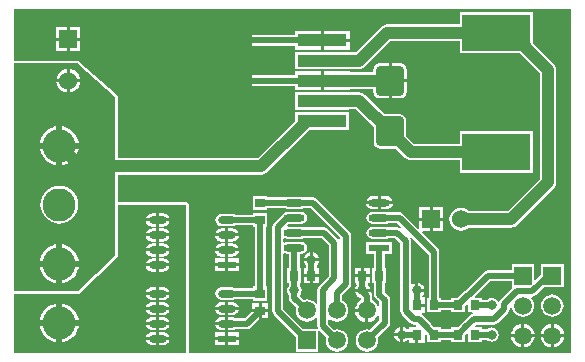
<source format=gtl>
G04*
G04 #@! TF.GenerationSoftware,Altium Limited,Altium Designer,21.8.1 (53)*
G04*
G04 Layer_Physical_Order=1*
G04 Layer_Color=255*
%FSLAX44Y44*%
%MOMM*%
G71*
G04*
G04 #@! TF.SameCoordinates,89A26796-2BA6-48C1-BC3F-9F2CA1C84395*
G04*
G04*
G04 #@! TF.FilePolarity,Positive*
G04*
G01*
G75*
%ADD32R,0.8000X0.8500*%
%ADD33O,1.5200X0.6100*%
%ADD34R,1.5200X0.6100*%
%ADD35C,1.5000*%
%ADD36R,1.5000X1.5000*%
%ADD37R,1.8000X0.6000*%
%ADD38O,1.8000X0.6000*%
%ADD39R,0.8500X0.8000*%
%ADD40R,8.6000X10.5000*%
%ADD41R,4.1500X1.1000*%
G04:AMPARAMS|DCode=42|XSize=2.5mm|YSize=2.3mm|CornerRadius=0.2875mm|HoleSize=0mm|Usage=FLASHONLY|Rotation=270.000|XOffset=0mm|YOffset=0mm|HoleType=Round|Shape=RoundedRectangle|*
%AMROUNDEDRECTD42*
21,1,2.5000,1.7250,0,0,270.0*
21,1,1.9250,2.3000,0,0,270.0*
1,1,0.5750,-0.8625,-0.9625*
1,1,0.5750,-0.8625,0.9625*
1,1,0.5750,0.8625,0.9625*
1,1,0.5750,0.8625,-0.9625*
%
%ADD42ROUNDEDRECTD42*%
%ADD43R,5.8000X3.1000*%
%ADD44C,1.0000*%
%ADD45C,0.5000*%
%ADD46R,1.5000X1.5000*%
%ADD47R,1.5240X1.5240*%
%ADD48C,1.5240*%
%ADD49R,1.5240X1.5240*%
%ADD50C,2.8000*%
%ADD51C,0.7500*%
%ADD52C,0.8000*%
G36*
X57276Y250000D02*
X57276Y250000D01*
X90000Y221433D01*
X90000Y196580D01*
Y189211D01*
X90000Y173655D01*
X90000Y163739D01*
X90000Y144854D01*
X90000Y130000D01*
X90000Y130000D01*
Y86177D01*
X58285Y56789D01*
X4078Y56789D01*
Y250000D01*
X57276Y250000D01*
D02*
G37*
G36*
X475922Y4078D02*
X152039D01*
Y130000D01*
X151884Y130780D01*
X151442Y131442D01*
X150780Y131884D01*
X150000Y132039D01*
X92039D01*
X92039Y144854D01*
X92039Y155440D01*
X213600D01*
X215427Y155680D01*
X217130Y156385D01*
X218593Y157508D01*
X254242Y193157D01*
X254505Y193500D01*
X287750D01*
Y208500D01*
X242250D01*
Y201134D01*
X210676Y169560D01*
X92039D01*
Y173655D01*
X92039Y189211D01*
Y196580D01*
X92039Y221433D01*
X92025Y221502D01*
X92034Y221571D01*
X91948Y221889D01*
X91884Y222213D01*
X91845Y222271D01*
X91827Y222339D01*
X91625Y222600D01*
X91442Y222875D01*
X91384Y222914D01*
X91341Y222969D01*
X58617Y251536D01*
X58392Y251665D01*
X58188Y251824D01*
X58117Y251843D01*
X58056Y251884D01*
X57988Y251898D01*
X57927Y251932D01*
X57670Y251966D01*
X57420Y252034D01*
X57348Y252025D01*
X57276Y252039D01*
X4078Y252039D01*
Y295922D01*
X475922D01*
Y4078D01*
D02*
G37*
G36*
X150000D02*
X4078D01*
Y54750D01*
X49400Y54750D01*
X59085D01*
X92039Y85286D01*
Y130000D01*
Y130000D01*
X150000D01*
Y4078D01*
D02*
G37*
%LPC*%
G36*
X51250Y245043D02*
Y236250D01*
X60043D01*
X59859Y237642D01*
X58840Y240103D01*
X57217Y242218D01*
X55103Y243840D01*
X52642Y244859D01*
X51250Y245043D01*
D02*
G37*
G36*
X48750D02*
X47358Y244859D01*
X44896Y243840D01*
X42782Y242218D01*
X41160Y240103D01*
X40140Y237642D01*
X39957Y236250D01*
X48750D01*
Y245043D01*
D02*
G37*
G36*
X60043Y233750D02*
X51250D01*
Y224957D01*
X52642Y225140D01*
X55103Y226160D01*
X57217Y227782D01*
X58840Y229896D01*
X59859Y232358D01*
X60043Y233750D01*
D02*
G37*
G36*
X48750D02*
X39957D01*
X40140Y232358D01*
X41160Y229896D01*
X42782Y227782D01*
X44896Y226160D01*
X47358Y225140D01*
X48750Y224957D01*
Y233750D01*
D02*
G37*
G36*
X45000Y196334D02*
Y182500D01*
X58834D01*
X58761Y183235D01*
X57818Y186345D01*
X56286Y189211D01*
X54224Y191724D01*
X51711Y193786D01*
X48845Y195318D01*
X45735Y196261D01*
X45000Y196334D01*
D02*
G37*
G36*
X40000D02*
X39265Y196261D01*
X36155Y195318D01*
X33289Y193786D01*
X30776Y191724D01*
X28714Y189211D01*
X27182Y186345D01*
X26239Y183235D01*
X26166Y182500D01*
X40000D01*
Y196334D01*
D02*
G37*
G36*
X58834Y177500D02*
X45000D01*
Y163666D01*
X45735Y163739D01*
X48845Y164682D01*
X51711Y166214D01*
X54224Y168276D01*
X56286Y170789D01*
X57818Y173655D01*
X58761Y176765D01*
X58834Y177500D01*
D02*
G37*
G36*
X40000D02*
X26166D01*
X26239Y176765D01*
X27182Y173655D01*
X28714Y170789D01*
X30776Y168276D01*
X33289Y166214D01*
X36155Y164682D01*
X39265Y163739D01*
X40000Y163666D01*
Y177500D01*
D02*
G37*
G36*
X42500Y146077D02*
X39364Y145769D01*
X36347Y144854D01*
X33568Y143368D01*
X31132Y141369D01*
X29132Y138932D01*
X27647Y136153D01*
X26732Y133137D01*
X26423Y130000D01*
X26732Y126864D01*
X27647Y123848D01*
X29132Y121068D01*
X31132Y118632D01*
X33568Y116632D01*
X36347Y115147D01*
X39364Y114232D01*
X42500Y113923D01*
X45637Y114232D01*
X48653Y115147D01*
X51432Y116632D01*
X53868Y118632D01*
X55868Y121068D01*
X57354Y123848D01*
X58268Y126864D01*
X58577Y130000D01*
X58268Y133137D01*
X57354Y136153D01*
X55868Y138932D01*
X53868Y141369D01*
X51432Y143368D01*
X48653Y144854D01*
X45637Y145769D01*
X42500Y146077D01*
D02*
G37*
G36*
X45000Y96334D02*
Y82500D01*
X58834D01*
X58761Y83235D01*
X57818Y86345D01*
X56286Y89212D01*
X54224Y91724D01*
X51711Y93786D01*
X48845Y95318D01*
X45735Y96262D01*
X45000Y96334D01*
D02*
G37*
G36*
X40000D02*
X39265Y96262D01*
X36155Y95318D01*
X33289Y93786D01*
X30776Y91724D01*
X28714Y89212D01*
X27182Y86345D01*
X26239Y83235D01*
X26166Y82500D01*
X40000D01*
Y96334D01*
D02*
G37*
G36*
X58834Y77500D02*
X45000D01*
Y63667D01*
X45735Y63739D01*
X48845Y64682D01*
X51711Y66215D01*
X54224Y68277D01*
X56286Y70789D01*
X57818Y73655D01*
X58761Y76766D01*
X58834Y77500D01*
D02*
G37*
G36*
X40000D02*
X26166D01*
X26239Y76766D01*
X27182Y73655D01*
X28714Y70789D01*
X30776Y68277D01*
X33289Y66215D01*
X36155Y64682D01*
X39265Y63739D01*
X40000Y63667D01*
Y77500D01*
D02*
G37*
G36*
X60120Y280120D02*
X51250D01*
Y271250D01*
X60120D01*
Y280120D01*
D02*
G37*
G36*
X48750D02*
X39880D01*
Y271250D01*
X48750D01*
Y280120D01*
D02*
G37*
G36*
X288250Y277000D02*
X266250D01*
Y270250D01*
X288250D01*
Y277000D01*
D02*
G37*
G36*
Y267750D02*
X266250D01*
Y261000D01*
X288250D01*
Y267750D01*
D02*
G37*
G36*
X263750Y277000D02*
X241750D01*
Y273588D01*
X196500D01*
X194744Y273239D01*
X193256Y272244D01*
X159256Y238244D01*
X158261Y236756D01*
X157912Y235000D01*
X158261Y233244D01*
X159256Y231756D01*
X160744Y230761D01*
X162500Y230412D01*
X241750D01*
Y227000D01*
X263750D01*
Y235000D01*
Y243000D01*
X241750D01*
Y239588D01*
X175210D01*
X174732Y240743D01*
X198400Y264412D01*
X241750D01*
Y261000D01*
X263750D01*
Y269000D01*
Y277000D01*
D02*
G37*
G36*
X60120Y268750D02*
X51250D01*
Y259880D01*
X60120D01*
Y268750D01*
D02*
G37*
G36*
X48750D02*
X39880D01*
Y259880D01*
X48750D01*
Y268750D01*
D02*
G37*
G36*
X321250Y250046D02*
X313875D01*
X312472Y249862D01*
X311164Y249320D01*
X310042Y248458D01*
X309180Y247336D01*
X308638Y246028D01*
X308454Y244625D01*
Y242060D01*
X288250D01*
Y243000D01*
X266250D01*
Y235000D01*
Y227000D01*
X288250D01*
Y227940D01*
X308454D01*
Y225375D01*
X308638Y223972D01*
X309180Y222664D01*
X310042Y221542D01*
X311164Y220680D01*
X312472Y220138D01*
X313875Y219954D01*
X321250D01*
Y235000D01*
Y250046D01*
D02*
G37*
G36*
X331125D02*
X323750D01*
Y236250D01*
X336546D01*
Y244625D01*
X336362Y246028D01*
X335820Y247336D01*
X334958Y248458D01*
X333836Y249320D01*
X332528Y249862D01*
X331125Y250046D01*
D02*
G37*
G36*
X336546Y233750D02*
X323750D01*
Y219954D01*
X331125D01*
X332528Y220138D01*
X333836Y220680D01*
X334958Y221542D01*
X335820Y222664D01*
X336362Y223972D01*
X336546Y225375D01*
Y233750D01*
D02*
G37*
G36*
X287750Y225500D02*
X242250D01*
Y210500D01*
X287750D01*
Y210940D01*
X293575D01*
X308904Y195611D01*
Y182375D01*
X309283Y180473D01*
X310360Y178861D01*
X311973Y177783D01*
X313875Y177405D01*
X327111D01*
X335008Y169508D01*
X336470Y168386D01*
X338173Y167680D01*
X340000Y167440D01*
X381498D01*
Y157000D01*
X443498D01*
Y192000D01*
X381498D01*
Y181561D01*
X342925D01*
X336096Y188390D01*
Y201625D01*
X335717Y203527D01*
X334640Y205140D01*
X333027Y206217D01*
X331125Y206596D01*
X317889D01*
X301493Y222993D01*
X300030Y224115D01*
X298327Y224820D01*
X296500Y225061D01*
X287750D01*
Y225500D01*
D02*
G37*
G36*
X319500Y137098D02*
X314750D01*
Y132800D01*
X324883D01*
X324859Y132986D01*
X324304Y134324D01*
X323423Y135473D01*
X322274Y136354D01*
X320936Y136909D01*
X319500Y137098D01*
D02*
G37*
G36*
X312250D02*
X307500D01*
X306064Y136909D01*
X304727Y136354D01*
X303577Y135473D01*
X302696Y134324D01*
X302142Y132986D01*
X302117Y132800D01*
X312250D01*
Y137098D01*
D02*
G37*
G36*
X324883Y130300D02*
X314750D01*
Y126003D01*
X319500D01*
X320936Y126192D01*
X322274Y126746D01*
X323423Y127627D01*
X324304Y128776D01*
X324859Y130114D01*
X324883Y130300D01*
D02*
G37*
G36*
X312250D02*
X302117D01*
X302142Y130114D01*
X302696Y128776D01*
X303577Y127627D01*
X304727Y126746D01*
X306064Y126192D01*
X307500Y126003D01*
X312250D01*
Y130300D01*
D02*
G37*
G36*
X443498Y293000D02*
X381498D01*
Y282561D01*
X320000D01*
X318173Y282320D01*
X316470Y281615D01*
X315008Y280493D01*
X293575Y259061D01*
X287750D01*
Y259500D01*
X242250D01*
Y244500D01*
X287750D01*
Y244940D01*
X296500D01*
X298327Y245180D01*
X300030Y245886D01*
X301493Y247008D01*
X322925Y268440D01*
X381498D01*
Y258000D01*
X432370D01*
X449304Y241066D01*
Y151789D01*
X422076Y124561D01*
X389101D01*
X387352Y125903D01*
X385011Y126873D01*
X382500Y127203D01*
X379989Y126873D01*
X377649Y125903D01*
X375639Y124361D01*
X374097Y122352D01*
X373128Y120012D01*
X372797Y117500D01*
X373128Y114989D01*
X374097Y112649D01*
X375639Y110639D01*
X377649Y109097D01*
X379989Y108128D01*
X382500Y107797D01*
X385011Y108128D01*
X387352Y109097D01*
X389101Y110440D01*
X425000D01*
X426828Y110680D01*
X428530Y111386D01*
X429993Y112508D01*
X461357Y143872D01*
X462479Y145334D01*
X463184Y147037D01*
X463424Y148864D01*
Y243991D01*
X463184Y245818D01*
X462479Y247521D01*
X461357Y248983D01*
X443498Y266842D01*
Y293000D01*
D02*
G37*
G36*
X218750Y123050D02*
X206250D01*
Y121638D01*
X191073D01*
X190820Y121807D01*
X188850Y122199D01*
X179750D01*
X177780Y121807D01*
X176109Y120691D01*
X174993Y119021D01*
X174601Y117050D01*
X174993Y115080D01*
X176109Y113409D01*
X177780Y112293D01*
X179750Y111901D01*
X188850D01*
X190820Y112293D01*
X191073Y112462D01*
X206250D01*
Y111050D01*
X207912D01*
Y60750D01*
X206250D01*
Y59338D01*
X191073D01*
X190820Y59507D01*
X188850Y59899D01*
X179750D01*
X177780Y59507D01*
X176109Y58391D01*
X174993Y56720D01*
X174601Y54750D01*
X174993Y52779D01*
X176109Y51109D01*
X177780Y49993D01*
X179750Y49601D01*
X188850D01*
X190820Y49993D01*
X191073Y50162D01*
X206250D01*
Y48750D01*
X218750D01*
Y60750D01*
X217088D01*
Y111050D01*
X218750D01*
Y123050D01*
D02*
G37*
G36*
X367620Y127620D02*
X358750D01*
Y118750D01*
X367620D01*
Y127620D01*
D02*
G37*
G36*
X356250D02*
X347380D01*
Y118750D01*
X356250D01*
Y127620D01*
D02*
G37*
G36*
X319500Y123948D02*
X307500D01*
X305549Y123560D01*
X303895Y122455D01*
X302790Y120801D01*
X302402Y118850D01*
X302790Y116899D01*
X303895Y115245D01*
X305549Y114140D01*
X307500Y113752D01*
X319500D01*
X321451Y114140D01*
X321633Y114262D01*
X328637D01*
X332028Y110871D01*
X331231Y109900D01*
X330499Y110389D01*
X328744Y110738D01*
X321633D01*
X321451Y110860D01*
X319500Y111248D01*
X307500D01*
X305549Y110860D01*
X303895Y109755D01*
X302790Y108101D01*
X302402Y106150D01*
X302790Y104199D01*
X303895Y102545D01*
X305549Y101440D01*
X307500Y101052D01*
X319500D01*
X321451Y101440D01*
X321633Y101562D01*
X326843D01*
X331037Y97368D01*
Y40011D01*
X331386Y38255D01*
X332381Y36767D01*
X339329Y29818D01*
X340818Y28824D01*
X342574Y28474D01*
X344407D01*
X344768Y28000D01*
X344148Y26750D01*
X338750D01*
Y24588D01*
X337172D01*
X337136Y24636D01*
X335778Y25678D01*
X334197Y26333D01*
X333750Y26392D01*
Y20000D01*
Y13609D01*
X334197Y13667D01*
X335778Y14322D01*
X337136Y15364D01*
X337172Y15412D01*
X338750D01*
Y13250D01*
X344000D01*
Y20000D01*
X346500D01*
Y13250D01*
X351750D01*
Y19878D01*
X352905Y20357D01*
X353750Y19511D01*
Y13750D01*
X365750D01*
Y15412D01*
X374250D01*
Y13750D01*
X386250D01*
Y19511D01*
X387595Y20857D01*
X388750Y20379D01*
Y13750D01*
X400750D01*
Y15412D01*
X404590D01*
X405441Y14759D01*
X406900Y14154D01*
X408467Y13948D01*
X410033Y14154D01*
X411493Y14759D01*
X412746Y15721D01*
X413708Y16974D01*
X414312Y18434D01*
X414518Y20000D01*
X414312Y21566D01*
X413708Y23026D01*
X412746Y24279D01*
X411493Y25241D01*
X410033Y25846D01*
X408467Y26052D01*
X406900Y25846D01*
X405441Y25241D01*
X404590Y24588D01*
X400750D01*
Y26250D01*
X394508D01*
X394030Y27405D01*
X395099Y28474D01*
X410545D01*
X412300Y28824D01*
X413789Y29818D01*
X422492Y38522D01*
X423487Y40010D01*
X423836Y41766D01*
Y43084D01*
X424311Y43436D01*
X425646Y42871D01*
X425745Y42120D01*
X426702Y39809D01*
X428225Y37825D01*
X430209Y36302D01*
X432520Y35345D01*
X435000Y35018D01*
X437480Y35345D01*
X439791Y36302D01*
X441776Y37825D01*
X443298Y39809D01*
X444256Y42120D01*
X444582Y44600D01*
X444256Y47080D01*
X443298Y49391D01*
X442247Y50762D01*
X442863Y52012D01*
X442964D01*
X444720Y52361D01*
X446208Y53356D01*
X453353Y60500D01*
X469500D01*
Y79500D01*
X450500D01*
Y70625D01*
X445655Y65780D01*
X444500Y66258D01*
Y79500D01*
X425500D01*
Y74588D01*
X405250D01*
X403494Y74239D01*
X402006Y73244D01*
X385984Y57223D01*
X385642Y56994D01*
X383006Y54358D01*
X382777Y54016D01*
X380011Y51250D01*
X374250D01*
Y49588D01*
X365750D01*
Y51250D01*
X364338D01*
Y89638D01*
X363989Y91393D01*
X362994Y92882D01*
X349651Y106225D01*
X350129Y107380D01*
X356250D01*
Y116250D01*
X347380D01*
Y110130D01*
X346225Y109651D01*
X333782Y122094D01*
X332293Y123089D01*
X330537Y123438D01*
X321633D01*
X321451Y123560D01*
X319500Y123948D01*
D02*
G37*
G36*
X367620Y116250D02*
X358750D01*
Y107380D01*
X367620D01*
Y116250D01*
D02*
G37*
G36*
X188850Y109948D02*
X185550D01*
Y105600D01*
X194283D01*
X194257Y105799D01*
X193698Y107149D01*
X192808Y108308D01*
X191649Y109198D01*
X190299Y109757D01*
X188850Y109948D01*
D02*
G37*
G36*
X183050D02*
X179750D01*
X178301Y109757D01*
X176951Y109198D01*
X175792Y108308D01*
X174902Y107149D01*
X174343Y105799D01*
X174317Y105600D01*
X183050D01*
Y109948D01*
D02*
G37*
G36*
X218750Y137550D02*
X206250D01*
Y125550D01*
X218750D01*
Y126962D01*
X233367D01*
X233549Y126840D01*
X235500Y126452D01*
X247500D01*
X249451Y126840D01*
X249633Y126962D01*
X255200D01*
X280412Y101750D01*
Y100521D01*
X280204Y100371D01*
X278505Y100673D01*
X278244Y101062D01*
X269912Y109394D01*
X268424Y110389D01*
X266668Y110738D01*
X249633D01*
X249451Y110860D01*
X247500Y111248D01*
X236154D01*
X235636Y112498D01*
X236891Y113752D01*
X247500D01*
X249451Y114140D01*
X251105Y115245D01*
X252210Y116899D01*
X252598Y118850D01*
X252210Y120801D01*
X251105Y122455D01*
X249451Y123560D01*
X247500Y123948D01*
X235500D01*
X233549Y123560D01*
X231895Y122455D01*
X230790Y120801D01*
X230747Y120586D01*
X224256Y114095D01*
X223261Y112606D01*
X222912Y110850D01*
Y39600D01*
X223261Y37844D01*
X224256Y36356D01*
X242600Y18011D01*
Y5500D01*
X261600D01*
Y22643D01*
X262850Y23161D01*
X268329Y17683D01*
X268245Y17480D01*
X267918Y15000D01*
X268245Y12520D01*
X269202Y10209D01*
X270725Y8224D01*
X272709Y6702D01*
X275020Y5744D01*
X277500Y5418D01*
X279980Y5744D01*
X282291Y6702D01*
X284276Y8224D01*
X285798Y10209D01*
X286756Y12520D01*
X287082Y15000D01*
X286756Y17480D01*
X285798Y19791D01*
X284276Y21775D01*
X282291Y23298D01*
X279980Y24255D01*
X277500Y24582D01*
X275020Y24255D01*
X274817Y24171D01*
X270088Y28900D01*
Y32537D01*
X271338Y33154D01*
X272709Y32102D01*
X275020Y31144D01*
X277500Y30818D01*
X279980Y31144D01*
X282291Y32102D01*
X284276Y33624D01*
X285798Y35609D01*
X286756Y37920D01*
X287082Y40400D01*
X286756Y42880D01*
X285798Y45191D01*
X284276Y47175D01*
X282291Y48698D01*
X282088Y48782D01*
Y53100D01*
X288244Y59256D01*
X289239Y60744D01*
X289588Y62500D01*
Y103650D01*
X289239Y105406D01*
X288244Y106895D01*
X260344Y134794D01*
X258856Y135789D01*
X257100Y136138D01*
X249633D01*
X249451Y136260D01*
X247500Y136648D01*
X235500D01*
X233549Y136260D01*
X233367Y136138D01*
X218750D01*
Y137550D01*
D02*
G37*
G36*
X194283Y103100D02*
X185550D01*
Y98752D01*
X188850D01*
X190299Y98943D01*
X191649Y99502D01*
X192808Y100392D01*
X193698Y101551D01*
X194257Y102901D01*
X194283Y103100D01*
D02*
G37*
G36*
X183050D02*
X174317D01*
X174343Y102901D01*
X174902Y101551D01*
X175792Y100392D01*
X176951Y99502D01*
X178301Y98943D01*
X179750Y98752D01*
X183050D01*
Y103100D01*
D02*
G37*
G36*
X188850Y97248D02*
X185550D01*
Y92900D01*
X194283D01*
X194257Y93099D01*
X193698Y94449D01*
X192808Y95609D01*
X191649Y96498D01*
X190299Y97057D01*
X188850Y97248D01*
D02*
G37*
G36*
X183050D02*
X179750D01*
X178301Y97057D01*
X176951Y96498D01*
X175792Y95609D01*
X174902Y94449D01*
X174343Y93099D01*
X174317Y92900D01*
X183050D01*
Y97248D01*
D02*
G37*
G36*
X194283Y90400D02*
X185550D01*
Y86052D01*
X188850D01*
X190299Y86243D01*
X191649Y86802D01*
X192808Y87692D01*
X193698Y88851D01*
X194257Y90201D01*
X194283Y90400D01*
D02*
G37*
G36*
X183050D02*
X174317D01*
X174343Y90201D01*
X174902Y88851D01*
X175792Y87692D01*
X176951Y86802D01*
X178301Y86243D01*
X179750Y86052D01*
X183050D01*
Y90400D01*
D02*
G37*
G36*
X194400Y84500D02*
X185550D01*
Y80200D01*
X194400D01*
Y84500D01*
D02*
G37*
G36*
X183050D02*
X174200D01*
Y80200D01*
X183050D01*
Y84500D01*
D02*
G37*
G36*
X194400Y77700D02*
X185550D01*
Y73400D01*
X194400D01*
Y77700D01*
D02*
G37*
G36*
X183050D02*
X174200D01*
Y73400D01*
X183050D01*
Y77700D01*
D02*
G37*
G36*
X305500Y76750D02*
X300250D01*
Y71250D01*
X305500D01*
Y76750D01*
D02*
G37*
G36*
X297750D02*
X292500D01*
Y71250D01*
X297750D01*
Y76750D01*
D02*
G37*
G36*
X299000Y70000D02*
D01*
Y68750D01*
X292500D01*
Y63250D01*
X293972D01*
X294006Y63154D01*
X294260Y62000D01*
X293323Y60778D01*
X292668Y59197D01*
X292609Y58750D01*
X305392D01*
X305333Y59197D01*
X304678Y60778D01*
X303740Y62000D01*
X303995Y63154D01*
X304028Y63250D01*
X305500D01*
Y68750D01*
X299000D01*
Y70000D01*
D02*
G37*
G36*
X324500Y98450D02*
X302500D01*
Y88450D01*
X308912D01*
Y76250D01*
X307500D01*
Y63750D01*
X308912D01*
Y53822D01*
X309261Y52066D01*
X310256Y50578D01*
X313427Y47406D01*
Y44383D01*
X312177Y44134D01*
X311635Y45443D01*
X310032Y47532D01*
X307943Y49135D01*
X307488Y49323D01*
Y53071D01*
X307139Y54827D01*
X306188Y56250D01*
X292609D01*
X292668Y55803D01*
X293323Y54222D01*
X294364Y52864D01*
X295722Y51822D01*
X297304Y51167D01*
X298312Y51034D01*
Y49323D01*
X297857Y49135D01*
X295768Y47532D01*
X294165Y45443D01*
X293158Y43010D01*
X292978Y41650D01*
X302900D01*
Y40400D01*
X304150D01*
Y30478D01*
X305511Y30657D01*
X307943Y31665D01*
X310032Y33268D01*
X311635Y35357D01*
X312177Y36666D01*
X313427Y36417D01*
Y32016D01*
X305583Y24171D01*
X305380Y24255D01*
X302900Y24582D01*
X300420Y24255D01*
X298109Y23298D01*
X296125Y21775D01*
X294602Y19791D01*
X293645Y17480D01*
X293318Y15000D01*
X293645Y12520D01*
X294602Y10209D01*
X296125Y8224D01*
X298109Y6702D01*
X300420Y5744D01*
X302900Y5418D01*
X305380Y5744D01*
X307691Y6702D01*
X309676Y8224D01*
X311198Y10209D01*
X312156Y12520D01*
X312482Y15000D01*
X312156Y17480D01*
X312072Y17683D01*
X321260Y26871D01*
X322254Y28359D01*
X322604Y30115D01*
Y49307D01*
X322254Y51062D01*
X321260Y52551D01*
X318088Y55722D01*
Y63750D01*
X319500D01*
Y76250D01*
X318088D01*
Y88450D01*
X324500D01*
Y98450D01*
D02*
G37*
G36*
X188850Y47648D02*
X185550D01*
Y43300D01*
X194283D01*
X194257Y43499D01*
X193698Y44849D01*
X192808Y46008D01*
X191649Y46898D01*
X190299Y47457D01*
X188850Y47648D01*
D02*
G37*
G36*
X183050D02*
X179750D01*
X178301Y47457D01*
X176951Y46898D01*
X175792Y46008D01*
X174902Y44849D01*
X174343Y43499D01*
X174317Y43300D01*
X183050D01*
Y47648D01*
D02*
G37*
G36*
X219250Y46750D02*
X213750D01*
Y41500D01*
X219250D01*
Y46750D01*
D02*
G37*
G36*
X211250D02*
X205750D01*
Y41500D01*
X211250D01*
Y46750D01*
D02*
G37*
G36*
X194283Y40800D02*
X185550D01*
Y36452D01*
X188850D01*
X190299Y36643D01*
X191649Y37202D01*
X192808Y38092D01*
X193698Y39251D01*
X194257Y40601D01*
X194283Y40800D01*
D02*
G37*
G36*
X183050D02*
X174317D01*
X174343Y40601D01*
X174902Y39251D01*
X175792Y38092D01*
X176951Y37202D01*
X178301Y36643D01*
X179750Y36452D01*
X183050D01*
Y40800D01*
D02*
G37*
G36*
X460000Y54182D02*
X457520Y53856D01*
X455209Y52898D01*
X453225Y51375D01*
X451702Y49391D01*
X450745Y47080D01*
X450418Y44600D01*
X450745Y42120D01*
X451702Y39809D01*
X453225Y37825D01*
X455209Y36302D01*
X457520Y35345D01*
X460000Y35018D01*
X462480Y35345D01*
X464791Y36302D01*
X466776Y37825D01*
X468298Y39809D01*
X469256Y42120D01*
X469582Y44600D01*
X469256Y47080D01*
X468298Y49391D01*
X466776Y51375D01*
X464791Y52898D01*
X462480Y53856D01*
X460000Y54182D01*
D02*
G37*
G36*
X211250Y39000D02*
X204761D01*
X199699Y33938D01*
X191987D01*
X191649Y34198D01*
X190299Y34757D01*
X188850Y34948D01*
X185550D01*
Y29350D01*
Y23752D01*
X188850D01*
X190299Y23943D01*
X191649Y24502D01*
X191988Y24762D01*
X201600D01*
X203355Y25111D01*
X204844Y26106D01*
X211250Y32512D01*
Y39000D01*
D02*
G37*
G36*
X219250D02*
X213750D01*
Y33750D01*
X219250D01*
Y39000D01*
D02*
G37*
G36*
X183050Y34948D02*
X179750D01*
X178301Y34757D01*
X176951Y34198D01*
X175792Y33308D01*
X174902Y32149D01*
X174343Y30799D01*
X174317Y30600D01*
X183050D01*
Y34948D01*
D02*
G37*
G36*
X301650Y39150D02*
X292978D01*
X293158Y37789D01*
X294165Y35357D01*
X295768Y33268D01*
X297857Y31665D01*
X300290Y30657D01*
X301650Y30478D01*
Y39150D01*
D02*
G37*
G36*
X183050Y28100D02*
X174317D01*
X174343Y27901D01*
X174902Y26551D01*
X175792Y25392D01*
X176951Y24502D01*
X178301Y23943D01*
X179750Y23752D01*
X183050D01*
Y28100D01*
D02*
G37*
G36*
X331250Y26392D02*
X330803Y26333D01*
X329222Y25678D01*
X327864Y24636D01*
X326822Y23278D01*
X326167Y21697D01*
X326109Y21250D01*
X331250D01*
Y26392D01*
D02*
G37*
G36*
X461250Y29122D02*
Y20450D01*
X469922D01*
X469743Y21811D01*
X468735Y24243D01*
X467132Y26332D01*
X465043Y27935D01*
X462611Y28943D01*
X461250Y29122D01*
D02*
G37*
G36*
X436250D02*
Y20450D01*
X444922D01*
X444743Y21811D01*
X443735Y24243D01*
X442132Y26332D01*
X440043Y27935D01*
X437611Y28943D01*
X436250Y29122D01*
D02*
G37*
G36*
X458750D02*
X457390Y28943D01*
X454957Y27935D01*
X452868Y26332D01*
X451265Y24243D01*
X450258Y21811D01*
X450078Y20450D01*
X458750D01*
Y29122D01*
D02*
G37*
G36*
X433750D02*
X432390Y28943D01*
X429957Y27935D01*
X427868Y26332D01*
X426265Y24243D01*
X425258Y21811D01*
X425078Y20450D01*
X433750D01*
Y29122D01*
D02*
G37*
G36*
X194400Y22200D02*
X185550D01*
Y17900D01*
X194400D01*
Y22200D01*
D02*
G37*
G36*
X183050D02*
X174200D01*
Y17900D01*
X183050D01*
Y22200D01*
D02*
G37*
G36*
X331250Y18750D02*
X326109D01*
X326167Y18303D01*
X326822Y16722D01*
X327864Y15364D01*
X329222Y14322D01*
X330803Y13667D01*
X331250Y13609D01*
Y18750D01*
D02*
G37*
G36*
X194400Y15400D02*
X185550D01*
Y11100D01*
X194400D01*
Y15400D01*
D02*
G37*
G36*
X183050D02*
X174200D01*
Y11100D01*
X183050D01*
Y15400D01*
D02*
G37*
G36*
X469922Y17950D02*
X461250D01*
Y9278D01*
X462611Y9457D01*
X465043Y10465D01*
X467132Y12068D01*
X468735Y14157D01*
X469743Y16589D01*
X469922Y17950D01*
D02*
G37*
G36*
X444922D02*
X436250D01*
Y9278D01*
X437611Y9457D01*
X440043Y10465D01*
X442132Y12068D01*
X443735Y14157D01*
X444743Y16589D01*
X444922Y17950D01*
D02*
G37*
G36*
X458750D02*
X450078D01*
X450258Y16589D01*
X451265Y14157D01*
X452868Y12068D01*
X454957Y10465D01*
X457390Y9457D01*
X458750Y9278D01*
Y17950D01*
D02*
G37*
G36*
X433750D02*
X425078D01*
X425258Y16589D01*
X426265Y14157D01*
X427868Y12068D01*
X429957Y10465D01*
X432390Y9457D01*
X433750Y9278D01*
Y17950D01*
D02*
G37*
%LPD*%
G36*
X425500Y60500D02*
X425673D01*
X426191Y59250D01*
X416004Y49063D01*
X415156Y47795D01*
X414315Y47719D01*
X413790Y47828D01*
X413708Y48026D01*
X412746Y49279D01*
X411493Y50241D01*
X410033Y50846D01*
X408467Y51052D01*
X406900Y50846D01*
X405441Y50241D01*
X404590Y49588D01*
X400750D01*
Y51250D01*
X394622D01*
X394143Y52405D01*
X407150Y65412D01*
X425500D01*
Y60500D01*
D02*
G37*
G36*
X355162Y87737D02*
Y51250D01*
X353750D01*
Y38750D01*
X365750D01*
Y40412D01*
X374250D01*
Y38750D01*
X386250D01*
Y44511D01*
X387595Y45857D01*
X388750Y45379D01*
Y38750D01*
X392318D01*
X392441Y37500D01*
X391443Y37301D01*
X389954Y36307D01*
X383006Y29358D01*
X382777Y29016D01*
X380011Y26250D01*
X374250D01*
Y24588D01*
X365750D01*
Y26250D01*
X359989D01*
X357224Y29014D01*
X356995Y29358D01*
X350046Y36307D01*
X349009Y37000D01*
X349388Y38250D01*
X351750D01*
Y43750D01*
X345250D01*
Y46250D01*
X351750D01*
Y51750D01*
X350279D01*
X350244Y51849D01*
X349990Y53000D01*
X350928Y54222D01*
X351583Y55803D01*
X351642Y56250D01*
X345250D01*
Y57500D01*
X344000D01*
Y63891D01*
X343553Y63833D01*
X341972Y63178D01*
X341463Y62787D01*
X340213Y63404D01*
Y99269D01*
X339864Y101025D01*
X339375Y101756D01*
X340346Y102553D01*
X355162Y87737D01*
D02*
G37*
%LPC*%
G36*
X346500Y63891D02*
Y58750D01*
X351642D01*
X351583Y59197D01*
X350928Y60778D01*
X349886Y62136D01*
X348528Y63178D01*
X346947Y63833D01*
X346500Y63891D01*
D02*
G37*
%LPD*%
G36*
X233549Y101440D02*
X235500Y101052D01*
X247500D01*
X249451Y101440D01*
X249633Y101562D01*
X264768D01*
X270412Y95918D01*
Y69401D01*
X263389Y62377D01*
X262500Y63257D01*
X262500Y64498D01*
Y68750D01*
X257250D01*
Y63250D01*
X261250D01*
X262494Y63250D01*
X263373Y62362D01*
X262256Y61245D01*
X261261Y59756D01*
X260912Y58000D01*
Y46575D01*
X259662Y46150D01*
X258876Y47175D01*
X256891Y48698D01*
X254580Y49655D01*
X252100Y49982D01*
X249620Y49655D01*
X249417Y49571D01*
X246088Y52901D01*
Y53623D01*
X246741Y54474D01*
X247345Y55934D01*
X247551Y57500D01*
X247345Y59066D01*
X246741Y60526D01*
X246088Y61377D01*
Y63750D01*
X247500D01*
Y76250D01*
X246088D01*
Y88352D01*
X247500D01*
X249451Y88740D01*
X251105Y89845D01*
X252210Y91499D01*
X252598Y93450D01*
X252210Y95401D01*
X251105Y97055D01*
X249451Y98160D01*
X247500Y98548D01*
X235500D01*
X233549Y98160D01*
X233191Y97921D01*
X232088Y98510D01*
Y101090D01*
X233191Y101680D01*
X233549Y101440D01*
D02*
G37*
G36*
Y88740D02*
X235500Y88352D01*
X236912D01*
Y76250D01*
X235500D01*
Y63750D01*
X236912D01*
Y61377D01*
X236259Y60526D01*
X235654Y59066D01*
X235448Y57500D01*
X235654Y55934D01*
X236259Y54474D01*
X236912Y53623D01*
Y51000D01*
X237261Y49244D01*
X238256Y47756D01*
X242929Y43083D01*
X242845Y42880D01*
X242518Y40400D01*
X242845Y37920D01*
X243802Y35609D01*
X245325Y33624D01*
X247309Y32102D01*
X249620Y31144D01*
X252100Y30818D01*
X254580Y31144D01*
X256891Y32102D01*
X258876Y33624D01*
X259662Y34649D01*
X260912Y34225D01*
Y27000D01*
X261161Y25750D01*
X260470Y24659D01*
X260255Y24500D01*
X249089D01*
X232088Y41501D01*
Y88390D01*
X233191Y88980D01*
X233549Y88740D01*
D02*
G37*
%LPC*%
G36*
X257250Y89626D02*
Y84485D01*
X262392D01*
X262333Y84932D01*
X261678Y86513D01*
X260636Y87871D01*
X259278Y88912D01*
X257697Y89567D01*
X257250Y89626D01*
D02*
G37*
G36*
X254750D02*
X254303Y89567D01*
X252722Y88912D01*
X251364Y87871D01*
X250322Y86513D01*
X249667Y84932D01*
X249609Y84485D01*
X254750D01*
Y89626D01*
D02*
G37*
G36*
X262392Y81985D02*
X249609D01*
X249667Y81538D01*
X250322Y79957D01*
X251364Y78599D01*
X251412Y78562D01*
Y76750D01*
X249500D01*
Y71250D01*
X256000D01*
X262500D01*
Y76750D01*
X260588D01*
Y78562D01*
X260636Y78599D01*
X261678Y79957D01*
X262333Y81538D01*
X262392Y81985D01*
D02*
G37*
G36*
X254750Y68750D02*
X249500D01*
Y63250D01*
X254750D01*
Y68750D01*
D02*
G37*
G36*
X130250Y122648D02*
X126950D01*
Y118300D01*
X135683D01*
X135657Y118499D01*
X135098Y119849D01*
X134208Y121009D01*
X133049Y121898D01*
X131699Y122457D01*
X130250Y122648D01*
D02*
G37*
G36*
X124450D02*
X121150D01*
X119701Y122457D01*
X118351Y121898D01*
X117192Y121009D01*
X116302Y119849D01*
X115743Y118499D01*
X115717Y118300D01*
X124450D01*
Y122648D01*
D02*
G37*
G36*
X135683Y115800D02*
X126950D01*
Y111452D01*
X130250D01*
X131699Y111643D01*
X133049Y112202D01*
X134208Y113092D01*
X135098Y114251D01*
X135657Y115601D01*
X135683Y115800D01*
D02*
G37*
G36*
X124450D02*
X115717D01*
X115743Y115601D01*
X116302Y114251D01*
X117192Y113092D01*
X118351Y112202D01*
X119701Y111643D01*
X121150Y111452D01*
X124450D01*
Y115800D01*
D02*
G37*
G36*
X130250Y109948D02*
X126950D01*
Y105600D01*
X135683D01*
X135657Y105799D01*
X135098Y107149D01*
X134208Y108308D01*
X133049Y109198D01*
X131699Y109757D01*
X130250Y109948D01*
D02*
G37*
G36*
X124450D02*
X121150D01*
X119701Y109757D01*
X118351Y109198D01*
X117192Y108308D01*
X116302Y107149D01*
X115743Y105799D01*
X115717Y105600D01*
X124450D01*
Y109948D01*
D02*
G37*
G36*
X135683Y103100D02*
X126950D01*
Y98752D01*
X130250D01*
X131699Y98943D01*
X133049Y99502D01*
X134208Y100392D01*
X135098Y101551D01*
X135657Y102901D01*
X135683Y103100D01*
D02*
G37*
G36*
X124450D02*
X115717D01*
X115743Y102901D01*
X116302Y101551D01*
X117192Y100392D01*
X118351Y99502D01*
X119701Y98943D01*
X121150Y98752D01*
X124450D01*
Y103100D01*
D02*
G37*
G36*
X130250Y97248D02*
X126950D01*
Y92900D01*
X135683D01*
X135657Y93099D01*
X135098Y94449D01*
X134208Y95609D01*
X133049Y96498D01*
X131699Y97057D01*
X130250Y97248D01*
D02*
G37*
G36*
X124450D02*
X121150D01*
X119701Y97057D01*
X118351Y96498D01*
X117192Y95609D01*
X116302Y94449D01*
X115743Y93099D01*
X115717Y92900D01*
X124450D01*
Y97248D01*
D02*
G37*
G36*
X135683Y90400D02*
X126950D01*
Y86052D01*
X130250D01*
X131699Y86243D01*
X133049Y86802D01*
X134208Y87692D01*
X135098Y88851D01*
X135657Y90201D01*
X135683Y90400D01*
D02*
G37*
G36*
X124450D02*
X115717D01*
X115743Y90201D01*
X116302Y88851D01*
X117192Y87692D01*
X118351Y86802D01*
X119701Y86243D01*
X121150Y86052D01*
X124450D01*
Y90400D01*
D02*
G37*
G36*
X130250Y84548D02*
X126950D01*
Y80200D01*
X135683D01*
X135657Y80399D01*
X135098Y81749D01*
X134208Y82908D01*
X133049Y83798D01*
X131699Y84357D01*
X130250Y84548D01*
D02*
G37*
G36*
X124450D02*
X121150D01*
X119701Y84357D01*
X118351Y83798D01*
X117192Y82908D01*
X116302Y81749D01*
X115743Y80399D01*
X115717Y80200D01*
X124450D01*
Y84548D01*
D02*
G37*
G36*
X135683Y77700D02*
X126950D01*
Y73352D01*
X130250D01*
X131699Y73543D01*
X133049Y74102D01*
X134208Y74992D01*
X135098Y76151D01*
X135657Y77501D01*
X135683Y77700D01*
D02*
G37*
G36*
X124450D02*
X115717D01*
X115743Y77501D01*
X116302Y76151D01*
X117192Y74992D01*
X118351Y74102D01*
X119701Y73543D01*
X121150Y73352D01*
X124450D01*
Y77700D01*
D02*
G37*
G36*
X130250Y60348D02*
X126950D01*
Y56000D01*
X135683D01*
X135657Y56199D01*
X135098Y57549D01*
X134208Y58708D01*
X133049Y59598D01*
X131699Y60157D01*
X130250Y60348D01*
D02*
G37*
G36*
X124450D02*
X121150D01*
X119701Y60157D01*
X118351Y59598D01*
X117192Y58708D01*
X116302Y57549D01*
X115743Y56199D01*
X115717Y56000D01*
X124450D01*
Y60348D01*
D02*
G37*
G36*
X135683Y53500D02*
X126950D01*
Y49152D01*
X130250D01*
X131699Y49343D01*
X133049Y49902D01*
X134208Y50792D01*
X135098Y51951D01*
X135657Y53301D01*
X135683Y53500D01*
D02*
G37*
G36*
X124450D02*
X115717D01*
X115743Y53301D01*
X116302Y51951D01*
X117192Y50792D01*
X118351Y49902D01*
X119701Y49343D01*
X121150Y49152D01*
X124450D01*
Y53500D01*
D02*
G37*
G36*
X130250Y47648D02*
X126950D01*
Y43300D01*
X135683D01*
X135657Y43499D01*
X135098Y44849D01*
X134208Y46008D01*
X133049Y46898D01*
X131699Y47457D01*
X130250Y47648D01*
D02*
G37*
G36*
X124450D02*
X121150D01*
X119701Y47457D01*
X118351Y46898D01*
X117192Y46008D01*
X116302Y44849D01*
X115743Y43499D01*
X115717Y43300D01*
X124450D01*
Y47648D01*
D02*
G37*
G36*
X135683Y40800D02*
X126950D01*
Y36452D01*
X130250D01*
X131699Y36643D01*
X133049Y37202D01*
X134208Y38092D01*
X135098Y39251D01*
X135657Y40601D01*
X135683Y40800D01*
D02*
G37*
G36*
X124450D02*
X115717D01*
X115743Y40601D01*
X116302Y39251D01*
X117192Y38092D01*
X118351Y37202D01*
X119701Y36643D01*
X121150Y36452D01*
X124450D01*
Y40800D01*
D02*
G37*
G36*
X45000Y46333D02*
Y32500D01*
X58834D01*
X58761Y33234D01*
X57818Y36345D01*
X56286Y39211D01*
X54224Y41723D01*
X51711Y43785D01*
X48845Y45318D01*
X45735Y46261D01*
X45000Y46333D01*
D02*
G37*
G36*
X40000D02*
X39265Y46261D01*
X36155Y45318D01*
X33289Y43785D01*
X30776Y41723D01*
X28714Y39211D01*
X27182Y36345D01*
X26239Y33234D01*
X26166Y32500D01*
X40000D01*
Y46333D01*
D02*
G37*
G36*
X130250Y34948D02*
X126950D01*
Y30600D01*
X135683D01*
X135657Y30799D01*
X135098Y32149D01*
X134208Y33308D01*
X133049Y34198D01*
X131699Y34757D01*
X130250Y34948D01*
D02*
G37*
G36*
X124450D02*
X121150D01*
X119701Y34757D01*
X118351Y34198D01*
X117192Y33308D01*
X116302Y32149D01*
X115743Y30799D01*
X115717Y30600D01*
X124450D01*
Y34948D01*
D02*
G37*
G36*
X135683Y28100D02*
X126950D01*
Y23752D01*
X130250D01*
X131699Y23943D01*
X133049Y24502D01*
X134208Y25392D01*
X135098Y26551D01*
X135657Y27901D01*
X135683Y28100D01*
D02*
G37*
G36*
X124450D02*
X115717D01*
X115743Y27901D01*
X116302Y26551D01*
X117192Y25392D01*
X118351Y24502D01*
X119701Y23943D01*
X121150Y23752D01*
X124450D01*
Y28100D01*
D02*
G37*
G36*
X130250Y22248D02*
X126950D01*
Y17900D01*
X135683D01*
X135657Y18099D01*
X135098Y19449D01*
X134208Y20608D01*
X133049Y21498D01*
X131699Y22057D01*
X130250Y22248D01*
D02*
G37*
G36*
X124450D02*
X121150D01*
X119701Y22057D01*
X118351Y21498D01*
X117192Y20608D01*
X116302Y19449D01*
X115743Y18099D01*
X115717Y17900D01*
X124450D01*
Y22248D01*
D02*
G37*
G36*
X58834Y27500D02*
X45000D01*
Y13666D01*
X45735Y13738D01*
X48845Y14682D01*
X51711Y16214D01*
X54224Y18276D01*
X56286Y20789D01*
X57818Y23655D01*
X58761Y26765D01*
X58834Y27500D01*
D02*
G37*
G36*
X40000D02*
X26166D01*
X26239Y26765D01*
X27182Y23655D01*
X28714Y20789D01*
X30776Y18276D01*
X33289Y16214D01*
X36155Y14682D01*
X39265Y13738D01*
X40000Y13666D01*
Y27500D01*
D02*
G37*
G36*
X135683Y15400D02*
X126950D01*
Y11052D01*
X130250D01*
X131699Y11243D01*
X133049Y11802D01*
X134208Y12692D01*
X135098Y13851D01*
X135657Y15201D01*
X135683Y15400D01*
D02*
G37*
G36*
X124450D02*
X115717D01*
X115743Y15201D01*
X116302Y13851D01*
X117192Y12692D01*
X118351Y11802D01*
X119701Y11243D01*
X121150Y11052D01*
X124450D01*
Y15400D01*
D02*
G37*
%LPD*%
D32*
X359750Y20000D02*
D03*
X345250D02*
D03*
Y45000D02*
D03*
X359750D02*
D03*
X299000Y70000D02*
D03*
X313500D02*
D03*
X380250Y20000D02*
D03*
X394750D02*
D03*
X380250Y45000D02*
D03*
X394750D02*
D03*
X241500Y70000D02*
D03*
X256000D02*
D03*
D33*
X125700Y54750D02*
D03*
Y42050D02*
D03*
Y29350D02*
D03*
Y16650D02*
D03*
X184300Y54750D02*
D03*
Y42050D02*
D03*
Y29350D02*
D03*
X125700Y117050D02*
D03*
Y104350D02*
D03*
Y91650D02*
D03*
Y78950D02*
D03*
X184300Y117050D02*
D03*
Y104350D02*
D03*
Y91650D02*
D03*
D34*
Y16650D02*
D03*
Y78950D02*
D03*
D35*
X277500Y15000D02*
D03*
Y40400D02*
D03*
X252100D02*
D03*
X302900Y15000D02*
D03*
Y40400D02*
D03*
X435000Y44600D02*
D03*
Y19200D02*
D03*
X460000D02*
D03*
Y44600D02*
D03*
D36*
X252100Y15000D02*
D03*
D37*
X313500Y93450D02*
D03*
D38*
Y106150D02*
D03*
Y118850D02*
D03*
Y131550D02*
D03*
X241500Y93450D02*
D03*
Y106150D02*
D03*
Y118850D02*
D03*
Y131550D02*
D03*
D39*
X212500Y40250D02*
D03*
Y54750D02*
D03*
Y117050D02*
D03*
Y131550D02*
D03*
D40*
X162500Y235000D02*
D03*
D41*
X265000Y252000D02*
D03*
Y269000D02*
D03*
Y201000D02*
D03*
Y235000D02*
D03*
Y218000D02*
D03*
D42*
X322500Y192000D02*
D03*
Y235000D02*
D03*
D43*
X412498Y275500D02*
D03*
Y174500D02*
D03*
D44*
X382500Y117500D02*
X425000D01*
X381807D02*
X382500D01*
X425000D02*
X456364Y148864D01*
Y243991D01*
X412498Y275500D02*
X425998D01*
X320000D02*
X412498D01*
X436498Y263857D02*
Y265000D01*
X425998Y275500D02*
X436498Y265000D01*
Y263857D02*
X456364Y243991D01*
X265000Y252000D02*
X296500D01*
X320000Y275500D01*
X340000Y174500D02*
X412498D01*
X322500Y192000D02*
X340000Y174500D01*
X296500Y218000D02*
X322500Y192000D01*
X265000Y218000D02*
X296500D01*
X265000Y235000D02*
X322500D01*
X42500Y180000D02*
X60000Y162500D01*
X213600D01*
X249250Y200500D02*
X249750Y201000D01*
X213600Y162500D02*
X249250Y198150D01*
X249750Y201000D02*
X265000D01*
X249250Y198150D02*
Y200500D01*
D45*
X196500Y269000D02*
X265000D01*
X162500Y235000D02*
X196500Y269000D01*
X241500Y57500D02*
Y70000D01*
Y51000D02*
Y57500D01*
X227500Y39600D02*
Y110850D01*
Y39600D02*
X252100Y15000D01*
X275000Y67500D02*
Y97818D01*
X265500Y27000D02*
Y58000D01*
X275000Y67500D01*
X256000Y70000D02*
Y83235D01*
X299000Y57500D02*
Y70000D01*
Y56971D02*
Y57500D01*
X212500Y131550D02*
X257100D01*
X285000Y62500D02*
Y103650D01*
X257100Y131550D02*
X285000Y103650D01*
X266668Y106150D02*
X275000Y97818D01*
X241500Y106150D02*
X266668D01*
X277500Y55000D02*
X285000Y62500D01*
X277500Y40400D02*
Y55000D01*
X265500Y27000D02*
X277500Y15000D01*
X332500Y20000D02*
X332500Y20000D01*
X345250D01*
Y45000D02*
Y57500D01*
X162500Y235000D02*
X265000D01*
X394750Y20000D02*
X408467D01*
X394750Y45000D02*
X408467D01*
X386250Y26114D02*
X393199Y33063D01*
X410545D02*
X419248Y41766D01*
X393199Y33063D02*
X410545D01*
X430030Y56600D02*
X442964D01*
X419248Y45819D02*
X430030Y56600D01*
X419248Y41766D02*
Y45819D01*
X353750Y26000D02*
Y26114D01*
X359750Y20000D02*
Y20250D01*
X358000Y21750D02*
X358250D01*
X346802Y33063D02*
X353750Y26114D01*
X342574Y33063D02*
X346802D01*
X358250Y21750D02*
X359750Y20250D01*
X353750Y26000D02*
X358000Y21750D01*
X335625Y40011D02*
X342574Y33063D01*
X380250Y20250D02*
X381750Y21750D01*
X382000D01*
X386250Y26000D01*
X380250Y20000D02*
Y20250D01*
X386250Y26000D02*
Y26114D01*
Y51114D02*
X388886Y53750D01*
X389000D01*
X405250Y70000D02*
X435000D01*
X380250Y45000D02*
X386250Y51000D01*
Y51114D01*
X389000Y53750D02*
X405250Y70000D01*
X442964Y56600D02*
X456364Y70000D01*
X460000D01*
X434600Y45000D02*
X435000Y44600D01*
X328744Y106150D02*
X335625Y99269D01*
Y40011D02*
Y99269D01*
X313500Y106150D02*
X328744D01*
X330537Y118850D02*
X359750Y89638D01*
Y45000D02*
Y89638D01*
X313500Y118850D02*
X330537D01*
X359750Y45000D02*
X380250D01*
X380250Y20000D02*
X380250Y20000D01*
X359750Y20000D02*
X380250D01*
X318015Y30115D02*
Y49307D01*
X302900Y15000D02*
X318015Y30115D01*
X313500Y53822D02*
Y93450D01*
Y53822D02*
X318015Y49307D01*
X227500Y110850D02*
X235173Y118524D01*
X241173D01*
X241500Y118850D01*
Y51000D02*
X252100Y40400D01*
X241500Y70000D02*
Y93450D01*
X302900Y40400D02*
Y53071D01*
X299000Y56971D02*
X302900Y53071D01*
X184300Y29350D02*
X201600D01*
X212500Y40250D01*
Y54750D02*
Y117050D01*
X184300Y54750D02*
X212500D01*
X184300Y117050D02*
X212500D01*
D46*
X435000Y70000D02*
D03*
X460000D02*
D03*
D47*
X357500Y117500D02*
D03*
D48*
X382500D02*
D03*
X50000Y235000D02*
D03*
D49*
Y270000D02*
D03*
D50*
X42500Y180000D02*
D03*
Y130000D02*
D03*
Y80000D02*
D03*
Y30000D02*
D03*
D51*
X406900Y56971D02*
D03*
X405000Y145000D02*
D03*
X385000D02*
D03*
X365000D02*
D03*
X345000D02*
D03*
X325000D02*
D03*
X305000D02*
D03*
X285000D02*
D03*
X265000D02*
D03*
X245000D02*
D03*
X225000D02*
D03*
X150000Y275000D02*
D03*
Y235000D02*
D03*
Y255000D02*
D03*
Y215000D02*
D03*
Y192500D02*
D03*
X180000Y275000D02*
D03*
Y235000D02*
D03*
Y255000D02*
D03*
Y215000D02*
D03*
Y192500D02*
D03*
X165000Y16650D02*
D03*
Y29358D02*
D03*
Y42050D02*
D03*
Y54750D02*
D03*
Y78950D02*
D03*
Y91650D02*
D03*
Y104350D02*
D03*
X205000Y145000D02*
D03*
X185000D02*
D03*
X165000D02*
D03*
X145000D02*
D03*
X125000D02*
D03*
X105000D02*
D03*
X165000Y117050D02*
D03*
D52*
X241500Y57500D02*
D03*
X256000Y83235D02*
D03*
X332500Y20000D02*
D03*
X345250Y57500D02*
D03*
X408467Y20000D02*
D03*
Y45000D02*
D03*
X299000Y57500D02*
D03*
M02*

</source>
